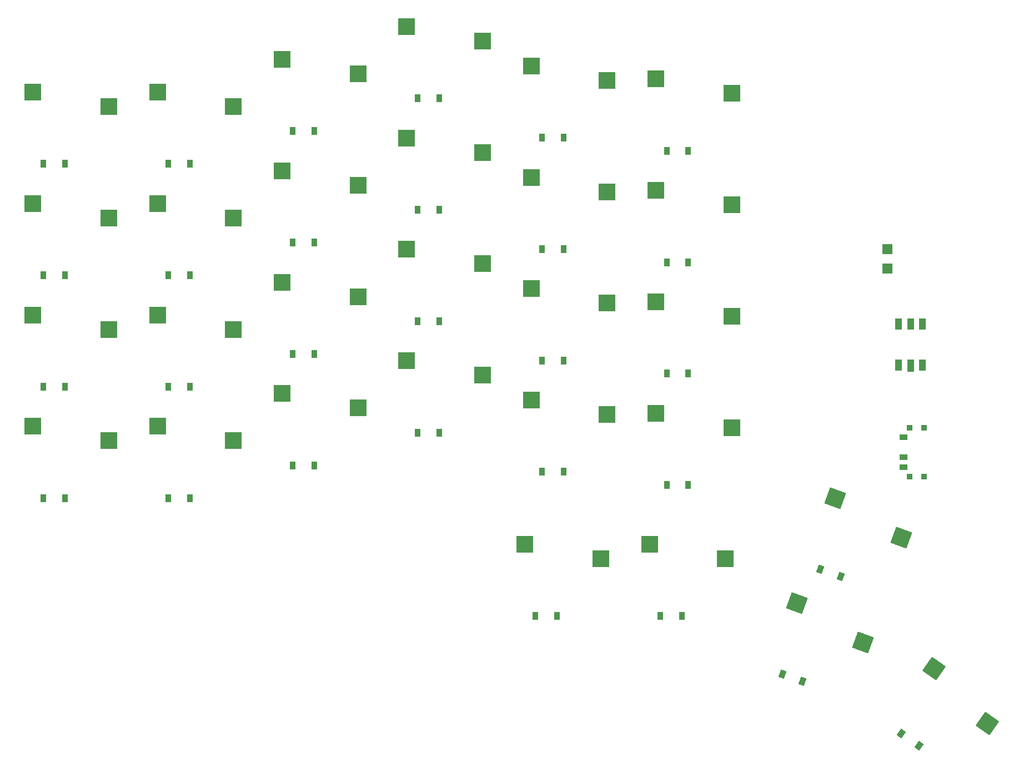
<source format=gbr>
%TF.GenerationSoftware,KiCad,Pcbnew,(6.0.9-0)*%
%TF.CreationDate,2023-01-27T10:49:12-06:00*%
%TF.ProjectId,boardv3,626f6172-6476-4332-9e6b-696361645f70,v1.0.0*%
%TF.SameCoordinates,Original*%
%TF.FileFunction,Paste,Bot*%
%TF.FilePolarity,Positive*%
%FSLAX46Y46*%
G04 Gerber Fmt 4.6, Leading zero omitted, Abs format (unit mm)*
G04 Created by KiCad (PCBNEW (6.0.9-0)) date 2023-01-27 10:49:12*
%MOMM*%
%LPD*%
G01*
G04 APERTURE LIST*
G04 Aperture macros list*
%AMRotRect*
0 Rectangle, with rotation*
0 The origin of the aperture is its center*
0 $1 length*
0 $2 width*
0 $3 Rotation angle, in degrees counterclockwise*
0 Add horizontal line*
21,1,$1,$2,0,0,$3*%
G04 Aperture macros list end*
%ADD10R,1.000000X1.795000*%
%ADD11R,1.090000X1.880000*%
%ADD12R,1.100000X1.800000*%
%ADD13R,2.600000X2.600000*%
%ADD14R,0.900000X0.900000*%
%ADD15R,1.250000X0.900000*%
%ADD16R,0.900000X1.200000*%
%ADD17RotRect,0.900000X1.200000X340.000000*%
%ADD18RotRect,2.600000X2.600000X340.000000*%
%ADD19R,1.500000X1.500000*%
%ADD20RotRect,0.900000X1.200000X325.000000*%
%ADD21RotRect,2.600000X2.600000X325.000000*%
G04 APERTURE END LIST*
D10*
%TO.C,B2*%
X130830000Y4407500D03*
D11*
X130870000Y-1910000D03*
D12*
X132660000Y4370000D03*
X132660000Y-1830000D03*
X128960000Y4370000D03*
X128960000Y-1830000D03*
%TD*%
D13*
%TO.C,S24*%
X92006200Y41796700D03*
X103556200Y39596700D03*
%TD*%
%TO.C,S25*%
X72006200Y-29203300D03*
X83556200Y-31403300D03*
%TD*%
%TO.C,S11*%
X35006200Y27796700D03*
X46556200Y25596700D03*
%TD*%
%TO.C,S6*%
X16006200Y5796700D03*
X27556200Y3596700D03*
%TD*%
D14*
%TO.C,T1*%
X132881200Y-11453300D03*
X132881200Y-18853300D03*
X130681200Y-18853300D03*
X130681200Y-11453300D03*
D15*
X129706200Y-12903300D03*
X129706200Y-15903300D03*
X129706200Y-17403300D03*
%TD*%
D16*
%TO.C,D15*%
X55631200Y21846700D03*
X58931200Y21846700D03*
%TD*%
%TO.C,D26*%
X92631200Y-40153300D03*
X95931200Y-40153300D03*
%TD*%
%TO.C,D5*%
X17631200Y-22153300D03*
X20931200Y-22153300D03*
%TD*%
D17*
%TO.C,D27*%
X111266007Y-48984567D03*
X114366993Y-50113233D03*
%TD*%
D16*
%TO.C,D17*%
X74631200Y-18153300D03*
X77931200Y-18153300D03*
%TD*%
D13*
%TO.C,S21*%
X92006200Y-9203300D03*
X103556200Y-11403300D03*
%TD*%
D16*
%TO.C,D4*%
X-1368800Y28846700D03*
X1931200Y28846700D03*
%TD*%
D18*
%TO.C,S27*%
X113484127Y-38139213D03*
X123585132Y-44156869D03*
%TD*%
D16*
%TO.C,D10*%
X36631200Y-153300D03*
X39931200Y-153300D03*
%TD*%
D13*
%TO.C,S18*%
X73006200Y9796700D03*
X84556200Y7596700D03*
%TD*%
D19*
%TO.C,PAD2*%
X127281200Y15846700D03*
%TD*%
D13*
%TO.C,S16*%
X54006200Y49796700D03*
X65556200Y47596700D03*
%TD*%
D16*
%TO.C,D2*%
X-1368800Y-5153300D03*
X1931200Y-5153300D03*
%TD*%
D13*
%TO.C,S23*%
X92006200Y24796700D03*
X103556200Y22596700D03*
%TD*%
%TO.C,S7*%
X16006200Y22796700D03*
X27556200Y20596700D03*
%TD*%
%TO.C,S4*%
X-2993800Y39796700D03*
X8556200Y37596700D03*
%TD*%
D16*
%TO.C,D8*%
X17631200Y28846700D03*
X20931200Y28846700D03*
%TD*%
D13*
%TO.C,S14*%
X54006200Y15796700D03*
X65556200Y13596700D03*
%TD*%
D16*
%TO.C,D7*%
X17631200Y11846700D03*
X20931200Y11846700D03*
%TD*%
D13*
%TO.C,S19*%
X73006200Y26796700D03*
X84556200Y24596700D03*
%TD*%
%TO.C,S10*%
X35006200Y10796700D03*
X46556200Y8596700D03*
%TD*%
D20*
%TO.C,D29*%
X129412799Y-58055999D03*
X132116001Y-59948801D03*
%TD*%
D13*
%TO.C,S2*%
X-2993800Y5796700D03*
X8556200Y3596700D03*
%TD*%
D16*
%TO.C,D3*%
X-1368800Y11846700D03*
X1931200Y11846700D03*
%TD*%
%TO.C,D22*%
X93631200Y-3153300D03*
X96931200Y-3153300D03*
%TD*%
D13*
%TO.C,S22*%
X92006200Y7796700D03*
X103556200Y5596700D03*
%TD*%
D16*
%TO.C,D12*%
X36631200Y33846700D03*
X39931200Y33846700D03*
%TD*%
%TO.C,D6*%
X17631200Y-5153300D03*
X20931200Y-5153300D03*
%TD*%
D13*
%TO.C,S20*%
X73006200Y43796700D03*
X84556200Y41596700D03*
%TD*%
%TO.C,S26*%
X91006200Y-29203300D03*
X102556200Y-31403300D03*
%TD*%
D19*
%TO.C,PAD1*%
X127281200Y12846700D03*
%TD*%
D13*
%TO.C,S9*%
X35006200Y-6203300D03*
X46556200Y-8403300D03*
%TD*%
D16*
%TO.C,D23*%
X93631200Y13846700D03*
X96931200Y13846700D03*
%TD*%
D13*
%TO.C,S5*%
X16006200Y-11203300D03*
X27556200Y-13403300D03*
%TD*%
D17*
%TO.C,D28*%
X117080407Y-33009867D03*
X120181393Y-34138533D03*
%TD*%
D13*
%TO.C,S3*%
X-2993800Y22796700D03*
X8556200Y20596700D03*
%TD*%
%TO.C,S15*%
X54006200Y32796700D03*
X65556200Y30596700D03*
%TD*%
%TO.C,S1*%
X-2993800Y-11203300D03*
X8556200Y-13403300D03*
%TD*%
D16*
%TO.C,D9*%
X36631200Y-17153300D03*
X39931200Y-17153300D03*
%TD*%
D13*
%TO.C,S12*%
X35006200Y44796700D03*
X46556200Y42596700D03*
%TD*%
%TO.C,S8*%
X16006200Y39796700D03*
X27556200Y37596700D03*
%TD*%
D16*
%TO.C,D25*%
X73631200Y-40153300D03*
X76931200Y-40153300D03*
%TD*%
%TO.C,D20*%
X74631200Y32846700D03*
X77931200Y32846700D03*
%TD*%
%TO.C,D21*%
X93631200Y-20153300D03*
X96931200Y-20153300D03*
%TD*%
%TO.C,D1*%
X-1368800Y-22153300D03*
X1931200Y-22153300D03*
%TD*%
%TO.C,D18*%
X74631200Y-1153300D03*
X77931200Y-1153300D03*
%TD*%
%TO.C,D14*%
X55631200Y4846700D03*
X58931200Y4846700D03*
%TD*%
%TO.C,D11*%
X36631200Y16846700D03*
X39931200Y16846700D03*
%TD*%
D13*
%TO.C,S13*%
X54006200Y-1203300D03*
X65556200Y-3403300D03*
%TD*%
D16*
%TO.C,D13*%
X55631200Y-12153300D03*
X58931200Y-12153300D03*
%TD*%
D13*
%TO.C,S17*%
X73006200Y-7203300D03*
X84556200Y-9403300D03*
%TD*%
D16*
%TO.C,D16*%
X55631200Y38846700D03*
X58931200Y38846700D03*
%TD*%
D18*
%TO.C,S28*%
X119298527Y-22164413D03*
X129399532Y-28182069D03*
%TD*%
D21*
%TO.C,S29*%
X134362357Y-48154183D03*
X142561695Y-56581125D03*
%TD*%
D16*
%TO.C,D19*%
X74631200Y15846700D03*
X77931200Y15846700D03*
%TD*%
%TO.C,D24*%
X93631200Y30846700D03*
X96931200Y30846700D03*
%TD*%
M02*

</source>
